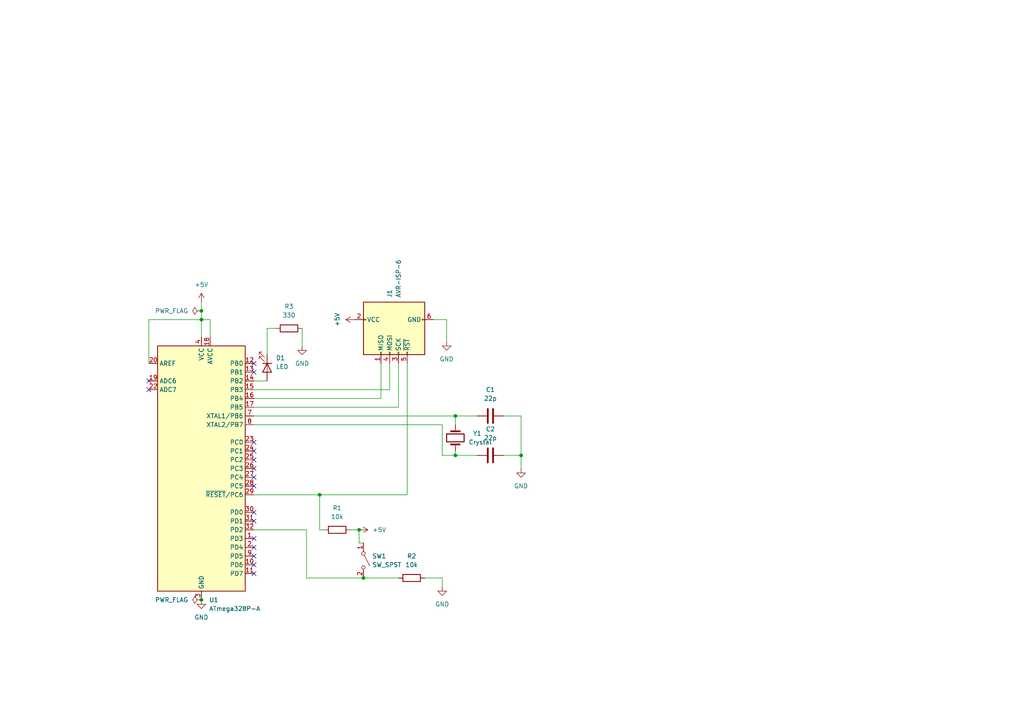
<source format=kicad_sch>
(kicad_sch (version 20230121) (generator eeschema)
  (paper "A4")
  (lib_symbols
    (symbol "Connector:AVR-ISP-6" (pin_names (offset 1.016))
      (property "Reference" "J" (at -6.35 11.43 0))
      (property "Value" "AVR-ISP-6" (at 0 11.43 0))
      (symbol "AVR-ISP-6_0_1"
        (rectangle (start -2.667 -6.858) (end -2.413 -7.62))
        (rectangle (start -2.667 10.16) (end -2.413 9.398))
        (rectangle (start 7.62 -2.413) (end 6.858 -2.667))
        (rectangle (start 7.62 0.127) (end 6.858 -0.127))
        (rectangle (start 7.62 2.667) (end 6.858 2.413))
        (rectangle (start 7.62 5.207) (end 6.858 4.953))
        (rectangle (start 7.62 10.16) (end -7.62 -7.62) (stroke (width 0.254)) (fill (type background)))
      )
      (symbol "AVR-ISP-6_1_1"
        (pin passive line (at 10.16 5.08 180) (length 2.54) (name "MISO") (number "1"))
        (pin passive line (at -2.54 12.7 270) (length 2.54) (name "VCC") (number "2"))
        (pin passive line (at 10.16 0 180) (length 2.54) (name "SCK") (number "3"))
        (pin passive line (at 10.16 2.54 180) (length 2.54) (name "MOSI") (number "4"))
        (pin passive line (at 10.16 -2.54 180) (length 2.54) (name "~{RST}") (number "5"))
        (pin passive line (at -2.54 -10.16 90) (length 2.54) (name "GND") (number "6"))
      )
    )
    (symbol "Device:C" (pin_numbers hide) (pin_names (offset 0.254))
      (property "Reference" "C" (at 0.635 2.54 0))
      (property "Value" "C" (at 0.635 -2.54 0))
      (symbol "C_0_1"
        (polyline (pts (xy -2.032 -0.762) (xy 2.032 -0.762)) (stroke (width 0.508)))
        (polyline (pts (xy -2.032 0.762) (xy 2.032 0.762)) (stroke (width 0.508)))
      )
      (symbol "C_1_1"
        (pin passive line (at 0 3.81 270) (length 2.794) (name "~") (number "1"))
        (pin passive line (at 0 -3.81 90) (length 2.794) (name "~") (number "2"))
      )
    )
    (symbol "Device:Crystal" (pin_numbers hide) (pin_names (offset 1.016) hide)
      (property "Reference" "Y" (at 0 3.81 0))
      (property "Value" "Crystal" (at 0 -3.81 0))
      (symbol "Crystal_0_1"
        (rectangle (start -1.143 2.54) (end 1.143 -2.54) (stroke (width 0.3048)))
        (polyline (pts (xy -2.54 0) (xy -1.905 0)))
        (polyline (pts (xy -1.905 -1.27) (xy -1.905 1.27)) (stroke (width 0.508)))
        (polyline (pts (xy 1.905 -1.27) (xy 1.905 1.27)) (stroke (width 0.508)))
        (polyline (pts (xy 2.54 0) (xy 1.905 0)))
      )
      (symbol "Crystal_1_1"
        (pin passive line (at -3.81 0 0) (length 1.27) (name "1") (number "1"))
        (pin passive line (at 3.81 0 180) (length 1.27) (name "2") (number "2"))
      )
    )
    (symbol "Device:LED" (pin_numbers hide) (pin_names (offset 1.016) hide)
      (property "Reference" "D" (at 0 2.54 0))
      (property "Value" "LED" (at 0 -2.54 0))
      (symbol "LED_0_1"
        (polyline (pts (xy -1.27 -1.27) (xy -1.27 1.27)) (stroke (width 0.254)))
        (polyline (pts (xy -1.27 0) (xy 1.27 0)))
        (polyline (pts (xy 1.27 -1.27) (xy 1.27 1.27) (xy -1.27 0) (xy 1.27 -1.27)) (stroke (width 0.254)))
        (polyline (pts (xy -3.048 -0.762) (xy -4.572 -2.286) (xy -3.81 -2.286) (xy -4.572 -2.286) (xy -4.572 -1.524)))
        (polyline (pts (xy -1.778 -0.762) (xy -3.302 -2.286) (xy -2.54 -2.286) (xy -3.302 -2.286) (xy -3.302 -1.524)))
      )
      (symbol "LED_1_1"
        (pin passive line (at -3.81 0 0) (length 2.54) (name "K") (number "1"))
        (pin passive line (at 3.81 0 180) (length 2.54) (name "A") (number "2"))
      )
    )
    (symbol "Device:R" (pin_numbers hide) (pin_names (offset 0))
      (property "Reference" "R" (at 2.032 0 90))
      (property "Value" "R" (at 0 0 90))
      (symbol "R_0_1"
        (rectangle (start -1.016 -2.54) (end 1.016 2.54) (stroke (width 0.254)))
      )
      (symbol "R_1_1"
        (pin passive line (at 0 3.81 270) (length 1.27) (name "~") (number "1"))
        (pin passive line (at 0 -3.81 90) (length 1.27) (name "~") (number "2"))
      )
    )
    (symbol "MCU_Microchip_ATmega:ATmega328P-A"
      (property "Reference" "U" (at -12.7 36.83 0))
      (property "Value" "ATmega328P-A" (at 2.54 -36.83 0))
      (symbol "ATmega328P-A_0_1"
        (rectangle (start -12.7 -35.56) (end 12.7 35.56) (stroke (width 0.254)) (fill (type background)))
      )
      (symbol "ATmega328P-A_1_1"
        (pin bidirectional line (at 15.24 -20.32 180) (length 2.54) (name "PD3") (number "1"))
        (pin bidirectional line (at 15.24 -27.94 180) (length 2.54) (name "PD6") (number "10"))
        (pin bidirectional line (at 15.24 -30.48 180) (length 2.54) (name "PD7") (number "11"))
        (pin bidirectional line (at 15.24 30.48 180) (length 2.54) (name "PB0") (number "12"))
        (pin bidirectional line (at 15.24 27.94 180) (length 2.54) (name "PB1") (number "13"))
        (pin bidirectional line (at 15.24 25.4 180) (length 2.54) (name "PB2") (number "14"))
        (pin bidirectional line (at 15.24 22.86 180) (length 2.54) (name "PB3") (number "15"))
        (pin bidirectional line (at 15.24 20.32 180) (length 2.54) (name "PB4") (number "16"))
        (pin bidirectional line (at 15.24 17.78 180) (length 2.54) (name "PB5") (number "17"))
        (pin power_in line (at 2.54 38.1 270) (length 2.54) (name "AVCC") (number "18"))
        (pin input line (at -15.24 25.4 0) (length 2.54) (name "ADC6") (number "19"))
        (pin bidirectional line (at 15.24 -22.86 180) (length 2.54) (name "PD4") (number "2"))
        (pin passive line (at -15.24 30.48 0) (length 2.54) (name "AREF") (number "20"))
        (pin passive line (at 0 -38.1 90) (length 2.54) hide (name "GND") (number "21"))
        (pin input line (at -15.24 22.86 0) (length 2.54) (name "ADC7") (number "22"))
        (pin bidirectional line (at 15.24 7.62 180) (length 2.54) (name "PC0") (number "23"))
        (pin bidirectional line (at 15.24 5.08 180) (length 2.54) (name "PC1") (number "24"))
        (pin bidirectional line (at 15.24 2.54 180) (length 2.54) (name "PC2") (number "25"))
        (pin bidirectional line (at 15.24 0 180) (length 2.54) (name "PC3") (number "26"))
        (pin bidirectional line (at 15.24 -2.54 180) (length 2.54) (name "PC4") (number "27"))
        (pin bidirectional line (at 15.24 -5.08 180) (length 2.54) (name "PC5") (number "28"))
        (pin bidirectional line (at 15.24 -7.62 180) (length 2.54) (name "~{RESET}/PC6") (number "29"))
        (pin power_in line (at 0 -38.1 90) (length 2.54) (name "GND") (number "3"))
        (pin bidirectional line (at 15.24 -12.7 180) (length 2.54) (name "PD0") (number "30"))
        (pin bidirectional line (at 15.24 -15.24 180) (length 2.54) (name "PD1") (number "31"))
        (pin bidirectional line (at 15.24 -17.78 180) (length 2.54) (name "PD2") (number "32"))
        (pin power_in line (at 0 38.1 270) (length 2.54) (name "VCC") (number "4"))
        (pin passive line (at 0 -38.1 90) (length 2.54) hide (name "GND") (number "5"))
        (pin passive line (at 0 38.1 270) (length 2.54) hide (name "VCC") (number "6"))
        (pin bidirectional line (at 15.24 15.24 180) (length 2.54) (name "XTAL1/PB6") (number "7"))
        (pin bidirectional line (at 15.24 12.7 180) (length 2.54) (name "XTAL2/PB7") (number "8"))
        (pin bidirectional line (at 15.24 -25.4 180) (length 2.54) (name "PD5") (number "9"))
      )
    )
    (symbol "Switch:SW_SPST" (pin_names (offset 0) hide)
      (property "Reference" "SW" (at 0 3.175 0))
      (property "Value" "SW_SPST" (at 0 -2.54 0))
      (symbol "SW_SPST_0_0"
        (circle (center -2.032 0) (radius 0.508))
        (polyline (pts (xy -1.524 0.254) (xy 1.524 1.778)))
        (circle (center 2.032 0) (radius 0.508))
      )
      (symbol "SW_SPST_1_1"
        (pin passive line (at -5.08 0 0) (length 2.54) (name "A") (number "1"))
        (pin passive line (at 5.08 0 180) (length 2.54) (name "B") (number "2"))
      )
    )
    (symbol "power:+5V" (power) (pin_names (offset 0))
      (property "Value" "+5V" (at 0 3.556 0))
      (symbol "+5V_0_1"
        (polyline (pts (xy -0.762 1.27) (xy 0 2.54)))
        (polyline (pts (xy 0 0) (xy 0 2.54)))
        (polyline (pts (xy 0 2.54) (xy 0.762 1.27)))
      )
      (symbol "+5V_1_1"
        (pin power_in line (at 0 0 90) (length 0) hide (name "+5V") (number "1"))
      )
    )
    (symbol "power:GND" (power) (pin_names (offset 0))
      (property "Value" "GND" (at 0 -3.81 0))
      (symbol "GND_0_1"
        (polyline (pts (xy 0 0) (xy 0 -1.27) (xy 1.27 -1.27) (xy 0 -2.54) (xy -1.27 -1.27) (xy 0 -1.27)))
      )
      (symbol "GND_1_1"
        (pin power_in line (at 0 0 270) (length 0) hide (name "GND") (number "1"))
      )
    )
    (symbol "power:PWR_FLAG" (power) (pin_numbers hide) (pin_names (offset 0) hide)
      (property "Value" "PWR_FLAG" (at 0 3.81 0))
      (symbol "PWR_FLAG_0_0"
        (pin power_out line (at 0 0 90) (length 0) (name "pwr") (number "1"))
      )
      (symbol "PWR_FLAG_0_1"
        (polyline (pts (xy 0 0) (xy 0 1.27) (xy -1.016 1.905) (xy 0 2.54) (xy 1.016 1.905) (xy 0 1.27)))
      )
    )
  )
  (junction (at 58.42 92.71))
  (junction (at 132.08 132.08))
  (junction (at 151.13 132.08))
  (junction (at 58.42 90.17))
  (junction (at 92.71 143.51))
  (junction (at 132.08 120.65))
  (junction (at 104.14 153.67))
  (junction (at 105.41 167.64))
  (junction (at 58.42 173.99))
  (no_connect (at 73.66 133.35))
  (no_connect (at 73.66 156.21))
  (no_connect (at 43.18 113.03))
  (no_connect (at 73.66 135.89))
  (no_connect (at 73.66 128.27))
  (no_connect (at 73.66 140.97))
  (no_connect (at 73.66 163.83))
  (no_connect (at 43.18 110.49))
  (no_connect (at 73.66 148.59))
  (no_connect (at 73.66 138.43))
  (no_connect (at 73.66 130.81))
  (no_connect (at 73.66 161.29))
  (no_connect (at 73.66 158.75))
  (no_connect (at 73.66 166.37))
  (no_connect (at 73.66 151.13))
  (no_connect (at 73.66 107.95))
  (no_connect (at 73.66 105.41))
  (wire (pts (xy 132.08 120.65) (xy 73.66 120.65)))
  (wire (pts (xy 77.47 102.87) (xy 77.47 95.25)))
  (wire (pts (xy 73.66 143.51) (xy 92.71 143.51)))
  (wire (pts (xy 92.71 143.51) (xy 118.11 143.51)))
  (wire (pts (xy 113.03 113.03) (xy 73.66 113.03)))
  (wire (pts (xy 115.57 118.11) (xy 73.66 118.11)))
  (wire (pts (xy 58.42 92.71) (xy 58.42 97.79)))
  (wire (pts (xy 77.47 95.25) (xy 80.01 95.25)))
  (wire (pts (xy 60.96 97.79) (xy 60.96 92.71)))
  (wire (pts (xy 110.49 105.41) (xy 110.49 115.57)))
  (wire (pts (xy 125.73 92.71) (xy 129.54 92.71)))
  (wire (pts (xy 92.71 153.67) (xy 92.71 143.51)))
  (wire (pts (xy 129.54 92.71) (xy 129.54 99.06)))
  (wire (pts (xy 132.08 123.19) (xy 132.08 120.65)))
  (wire (pts (xy 92.71 153.67) (xy 93.98 153.67)))
  (wire (pts (xy 128.27 167.64) (xy 128.27 170.18)))
  (wire (pts (xy 88.9 167.64) (xy 105.41 167.64)))
  (wire (pts (xy 118.11 105.41) (xy 118.11 143.51)))
  (wire (pts (xy 104.14 153.67) (xy 104.14 157.48)))
  (wire (pts (xy 115.57 105.41) (xy 115.57 118.11)))
  (wire (pts (xy 113.03 105.41) (xy 113.03 113.03)))
  (wire (pts (xy 73.66 153.67) (xy 88.9 153.67)))
  (wire (pts (xy 60.96 92.71) (xy 58.42 92.71)))
  (wire (pts (xy 43.18 105.41) (xy 43.18 92.71)))
  (wire (pts (xy 43.18 92.71) (xy 58.42 92.71)))
  (wire (pts (xy 73.66 123.19) (xy 128.27 123.19)))
  (wire (pts (xy 151.13 132.08) (xy 151.13 135.89)))
  (wire (pts (xy 132.08 132.08) (xy 138.43 132.08)))
  (wire (pts (xy 58.42 87.63) (xy 58.42 90.17)))
  (wire (pts (xy 128.27 123.19) (xy 128.27 132.08)))
  (wire (pts (xy 58.42 90.17) (xy 58.42 92.71)))
  (wire (pts (xy 146.05 132.08) (xy 151.13 132.08)))
  (wire (pts (xy 151.13 132.08) (xy 151.13 120.65)))
  (wire (pts (xy 132.08 130.81) (xy 132.08 132.08)))
  (wire (pts (xy 73.66 110.49) (xy 77.47 110.49)))
  (wire (pts (xy 128.27 167.64) (xy 123.19 167.64)))
  (wire (pts (xy 146.05 120.65) (xy 151.13 120.65)))
  (wire (pts (xy 128.27 132.08) (xy 132.08 132.08)))
  (wire (pts (xy 110.49 115.57) (xy 73.66 115.57)))
  (wire (pts (xy 101.6 153.67) (xy 104.14 153.67)))
  (wire (pts (xy 104.14 157.48) (xy 105.41 157.48)))
  (wire (pts (xy 105.41 167.64) (xy 115.57 167.64)))
  (wire (pts (xy 88.9 153.67) (xy 88.9 167.64)))
  (wire (pts (xy 87.63 95.25) (xy 87.63 100.33)))
  (wire (pts (xy 132.08 120.65) (xy 138.43 120.65)))
  (symbol (lib_id "Device:R") (at 119.38 167.64 270) (mirror x) (unit 1)
    (property "Reference" "R2" (at 119.38 161.29 90))
    (property "Value" "10k" (at 119.38 163.83 90))
    (property "Footprint" "Resistor_SMD:R_0603_1608Metric" (effects hide))
  )
  (symbol (lib_id "power:+5V") (at 104.14 153.67 270) (unit 1)
    (property "Reference" "#PWR05" (effects hide))
    (property "Value" "+5V" (at 107.95 153.67 90) (effects (justify left)))
  )
  (symbol (lib_id "Connector:AVR-ISP-6") (at 115.57 95.25 90) (mirror x) (unit 1)
    (property "Reference" "J1" (at 113.03 86.36 0) (effects (justify right)))
    (property "Value" "AVR-ISP-6" (at 115.57 86.36 0) (effects (justify right)))
    (property "Footprint" "Connector_PinHeader_1.00mm:PinHeader_1x06_P1.00mm_Vertical_SMD_Pin1Right" (effects hide))
    (property "Datasheet" " ~" (effects hide))
  )
  (symbol (lib_id "Device:R") (at 83.82 95.25 270) (mirror x) (unit 1)
    (property "Reference" "R3" (at 83.82 88.9 90))
    (property "Value" "330" (at 83.82 91.44 90))
    (property "Footprint" "Resistor_SMD:R_0603_1608Metric" (effects hide))
  )
  (symbol (lib_id "Device:R") (at 97.79 153.67 270) (mirror x) (unit 1)
    (property "Reference" "R1" (at 97.79 147.32 90))
    (property "Value" "10k" (at 97.79 149.86 90))
    (property "Footprint" "Resistor_SMD:R_0603_1608Metric" (effects hide))
  )
  (symbol (lib_id "power:GND") (at 128.27 170.18 0) (unit 1)
    (property "Reference" "#PWR07" (effects hide))
    (property "Value" "GND" (at 128.27 175.26 0))
  )
  (symbol (lib_id "power:GND") (at 151.13 135.89 0) (unit 1)
    (property "Reference" "#PWR03" (effects hide))
    (property "Value" "GND" (at 151.13 140.97 0))
  )
  (symbol (lib_id "MCU_Microchip_ATmega:ATmega328P-A") (at 58.42 135.89 0) (unit 1)
    (property "Reference" "U1" (at 60.6141 173.99 0) (effects (justify left)))
    (property "Value" "ATmega328P-A" (at 60.6141 176.53 0) (effects (justify left)))
    (property "Footprint" "Package_QFP:TQFP-32_7x7mm_P0.8mm" (effects hide))
    (property "Datasheet" "http://ww1.microchip.com/downloads/en/DeviceDoc/ATmega328_P%20AVR%20MCU%20with%20picoPower%20Technology%20Data%20Sheet%2040001984A.pdf" (effects hide))
  )
  (symbol (lib_id "Device:LED") (at 77.47 106.68 270) (unit 1)
    (property "Reference" "D1" (at 80.01 103.8225 90) (effects (justify left)))
    (property "Value" "LED" (at 80.01 106.3625 90) (effects (justify left)))
    (property "Footprint" "LED_SMD:LED_0603_1608Metric" (effects hide))
  )
  (symbol (lib_id "power:PWR_FLAG") (at 58.42 173.99 90) (unit 1)
    (property "Reference" "#FLG02" (effects hide))
    (property "Value" "PWR_FLAG" (at 54.61 173.99 90) (effects (justify left)))
  )
  (symbol (lib_id "power:GND") (at 58.42 173.99 0) (unit 1)
    (property "Reference" "#PWR01" (effects hide))
    (property "Value" "GND" (at 58.42 179.07 0))
  )
  (symbol (lib_id "Device:Crystal") (at 132.08 127 90) (unit 1)
    (property "Reference" "Y1" (at 137.16 125.73 90) (effects (justify right)))
    (property "Value" "Crystal" (at 135.89 128.27 90) (effects (justify right)))
    (property "Footprint" "Crystal:Crystal_SMD_5032-2Pin_5.0x3.2mm" (effects hide))
  )
  (symbol (lib_id "power:GND") (at 129.54 99.06 0) (unit 1)
    (property "Reference" "#PWR06" (effects hide))
    (property "Value" "GND" (at 129.54 104.14 0))
  )
  (symbol (lib_id "power:+5V") (at 102.87 92.71 90) (mirror x) (unit 1)
    (property "Reference" "#PWR02" (effects hide))
    (property "Value" "+5V" (at 97.79 92.71 0))
  )
  (symbol (lib_id "power:GND") (at 87.63 100.33 0) (unit 1)
    (property "Reference" "#PWR08" (effects hide))
    (property "Value" "GND" (at 87.63 105.41 0))
  )
  (symbol (lib_id "Device:C") (at 142.24 132.08 90) (unit 1)
    (property "Reference" "C2" (at 142.24 124.46 90))
    (property "Value" "22p" (at 142.24 127 90))
    (property "Footprint" "Capacitor_SMD:C_1206_3216Metric" (effects hide))
  )
  (symbol (lib_id "Device:C") (at 142.24 120.65 90) (unit 1)
    (property "Reference" "C1" (at 142.24 113.03 90))
    (property "Value" "22p" (at 142.24 115.57 90))
    (property "Footprint" "Capacitor_SMD:C_1206_3216Metric" (effects hide))
  )
  (symbol (lib_id "Switch:SW_SPST") (at 105.41 162.56 270) (unit 1)
    (property "Reference" "SW1" (at 107.95 161.29 90) (effects (justify left)))
    (property "Value" "SW_SPST" (at 107.95 163.83 90) (effects (justify left)))
    (property "Footprint" "Button_Switch_SMD:SW_DIP_SPSTx01_Slide_6.7x4.1mm_W6.73mm_P2.54mm_LowProfile_JPin" (effects hide))
  )
  (symbol (lib_id "power:PWR_FLAG") (at 58.42 90.17 90) (unit 1)
    (property "Reference" "#FLG01" (effects hide))
    (property "Value" "PWR_FLAG" (at 54.61 90.17 90) (effects (justify left)))
  )
  (symbol (lib_id "power:+5V") (at 58.42 87.63 0) (unit 1)
    (property "Reference" "#PWR04" (effects hide))
    (property "Value" "+5V" (at 58.42 82.55 0))
  )
)
</source>
